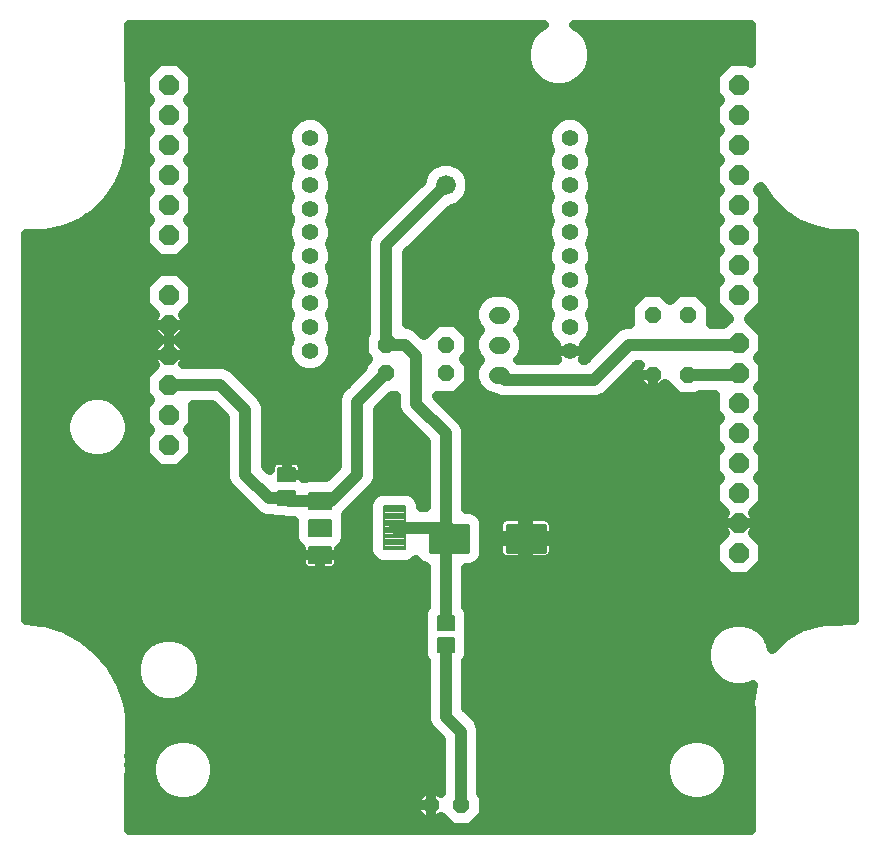
<source format=gbl>
G75*
%MOIN*%
%OFA0B0*%
%FSLAX25Y25*%
%IPPOS*%
%LPD*%
%AMOC8*
5,1,8,0,0,1.08239X$1,22.5*
%
%ADD10OC8,0.06600*%
%ADD11C,0.05550*%
%ADD12C,0.00591*%
%ADD13C,0.00787*%
%ADD14C,0.00984*%
%ADD15C,0.00512*%
%ADD16OC8,0.05600*%
%ADD17C,0.05600*%
%ADD18C,0.03200*%
%ADD19C,0.04000*%
%ADD20C,0.06600*%
%ADD21C,0.01600*%
D10*
X0146982Y0187483D03*
X0146982Y0197483D03*
X0146982Y0207483D03*
X0146982Y0217483D03*
X0146982Y0227483D03*
X0146982Y0237483D03*
X0146982Y0257483D03*
X0146982Y0267483D03*
X0146982Y0277483D03*
X0146982Y0287483D03*
X0146982Y0297483D03*
X0146982Y0307483D03*
X0336982Y0307483D03*
X0336982Y0297483D03*
X0336982Y0287483D03*
X0336982Y0277483D03*
X0336982Y0267483D03*
X0336982Y0257483D03*
X0336982Y0247483D03*
X0336982Y0237483D03*
X0336982Y0221483D03*
X0336982Y0211483D03*
X0336982Y0201483D03*
X0336982Y0191483D03*
X0336982Y0181483D03*
X0336982Y0171483D03*
X0336982Y0161483D03*
X0336982Y0151483D03*
D11*
X0280683Y0218900D03*
X0280683Y0226774D03*
X0280683Y0234648D03*
X0280683Y0242522D03*
X0280683Y0250396D03*
X0280683Y0258270D03*
X0280683Y0266144D03*
X0280683Y0274018D03*
X0280683Y0281892D03*
X0280683Y0289766D03*
X0194069Y0289766D03*
X0194069Y0281892D03*
X0194069Y0274018D03*
X0194069Y0266144D03*
X0194069Y0258270D03*
X0194069Y0250396D03*
X0194069Y0242522D03*
X0194069Y0234648D03*
X0194069Y0226774D03*
X0194069Y0218900D03*
D12*
X0201057Y0171558D02*
X0201057Y0166242D01*
X0193773Y0166242D01*
X0193773Y0171558D01*
X0201057Y0171558D01*
X0201057Y0166832D02*
X0193773Y0166832D01*
X0193773Y0167422D02*
X0201057Y0167422D01*
X0201057Y0168012D02*
X0193773Y0168012D01*
X0193773Y0168602D02*
X0201057Y0168602D01*
X0201057Y0169192D02*
X0193773Y0169192D01*
X0193773Y0169782D02*
X0201057Y0169782D01*
X0201057Y0170372D02*
X0193773Y0170372D01*
X0193773Y0170962D02*
X0201057Y0170962D01*
X0201057Y0171552D02*
X0193773Y0171552D01*
X0201057Y0162503D02*
X0201057Y0157187D01*
X0193773Y0157187D01*
X0193773Y0162503D01*
X0201057Y0162503D01*
X0201057Y0157777D02*
X0193773Y0157777D01*
X0193773Y0158367D02*
X0201057Y0158367D01*
X0201057Y0158957D02*
X0193773Y0158957D01*
X0193773Y0159547D02*
X0201057Y0159547D01*
X0201057Y0160137D02*
X0193773Y0160137D01*
X0193773Y0160727D02*
X0201057Y0160727D01*
X0201057Y0161317D02*
X0193773Y0161317D01*
X0193773Y0161907D02*
X0201057Y0161907D01*
X0201057Y0162497D02*
X0193773Y0162497D01*
X0201057Y0153448D02*
X0201057Y0148132D01*
X0193773Y0148132D01*
X0193773Y0153448D01*
X0201057Y0153448D01*
X0201057Y0148722D02*
X0193773Y0148722D01*
X0193773Y0149312D02*
X0201057Y0149312D01*
X0201057Y0149902D02*
X0193773Y0149902D01*
X0193773Y0150492D02*
X0201057Y0150492D01*
X0201057Y0151082D02*
X0193773Y0151082D01*
X0193773Y0151672D02*
X0201057Y0151672D01*
X0201057Y0152262D02*
X0193773Y0152262D01*
X0193773Y0152852D02*
X0201057Y0152852D01*
X0201057Y0153442D02*
X0193773Y0153442D01*
D13*
X0225762Y0152758D02*
X0225762Y0166932D01*
X0225762Y0152758D02*
X0218674Y0152758D01*
X0218674Y0166932D01*
X0225762Y0166932D01*
X0225762Y0153544D02*
X0218674Y0153544D01*
X0218674Y0154330D02*
X0225762Y0154330D01*
X0225762Y0155116D02*
X0218674Y0155116D01*
X0218674Y0155902D02*
X0225762Y0155902D01*
X0225762Y0156688D02*
X0218674Y0156688D01*
X0218674Y0157474D02*
X0225762Y0157474D01*
X0225762Y0158260D02*
X0218674Y0158260D01*
X0218674Y0159046D02*
X0225762Y0159046D01*
X0225762Y0159832D02*
X0218674Y0159832D01*
X0218674Y0160618D02*
X0225762Y0160618D01*
X0225762Y0161404D02*
X0218674Y0161404D01*
X0218674Y0162190D02*
X0225762Y0162190D01*
X0225762Y0162976D02*
X0218674Y0162976D01*
X0218674Y0163762D02*
X0225762Y0163762D01*
X0225762Y0164548D02*
X0218674Y0164548D01*
X0218674Y0165334D02*
X0225762Y0165334D01*
X0225762Y0166120D02*
X0218674Y0166120D01*
X0218674Y0166906D02*
X0225762Y0166906D01*
D14*
X0233931Y0160731D02*
X0246727Y0160731D01*
X0246727Y0151873D01*
X0233931Y0151873D01*
X0233931Y0160731D01*
X0233931Y0152856D02*
X0246727Y0152856D01*
X0246727Y0153839D02*
X0233931Y0153839D01*
X0233931Y0154822D02*
X0246727Y0154822D01*
X0246727Y0155805D02*
X0233931Y0155805D01*
X0233931Y0156788D02*
X0246727Y0156788D01*
X0246727Y0157771D02*
X0233931Y0157771D01*
X0233931Y0158754D02*
X0246727Y0158754D01*
X0246727Y0159737D02*
X0233931Y0159737D01*
X0233931Y0160720D02*
X0246727Y0160720D01*
X0259521Y0160731D02*
X0272317Y0160731D01*
X0272317Y0151873D01*
X0259521Y0151873D01*
X0259521Y0160731D01*
X0259521Y0152856D02*
X0272317Y0152856D01*
X0272317Y0153839D02*
X0259521Y0153839D01*
X0259521Y0154822D02*
X0272317Y0154822D01*
X0272317Y0155805D02*
X0259521Y0155805D01*
X0259521Y0156788D02*
X0272317Y0156788D01*
X0272317Y0157771D02*
X0259521Y0157771D01*
X0259521Y0158754D02*
X0272317Y0158754D01*
X0272317Y0159737D02*
X0259521Y0159737D01*
X0259521Y0160720D02*
X0272317Y0160720D01*
D15*
X0236647Y0130455D02*
X0236647Y0125849D01*
X0236647Y0130455D02*
X0242041Y0130455D01*
X0242041Y0125849D01*
X0236647Y0125849D01*
X0236647Y0126360D02*
X0242041Y0126360D01*
X0242041Y0126871D02*
X0236647Y0126871D01*
X0236647Y0127382D02*
X0242041Y0127382D01*
X0242041Y0127893D02*
X0236647Y0127893D01*
X0236647Y0128404D02*
X0242041Y0128404D01*
X0242041Y0128915D02*
X0236647Y0128915D01*
X0236647Y0129426D02*
X0242041Y0129426D01*
X0242041Y0129937D02*
X0236647Y0129937D01*
X0236647Y0130448D02*
X0242041Y0130448D01*
X0236647Y0122975D02*
X0236647Y0118369D01*
X0236647Y0122975D02*
X0242041Y0122975D01*
X0242041Y0118369D01*
X0236647Y0118369D01*
X0236647Y0118880D02*
X0242041Y0118880D01*
X0242041Y0119391D02*
X0236647Y0119391D01*
X0236647Y0119902D02*
X0242041Y0119902D01*
X0242041Y0120413D02*
X0236647Y0120413D01*
X0236647Y0120924D02*
X0242041Y0120924D01*
X0242041Y0121435D02*
X0236647Y0121435D01*
X0236647Y0121946D02*
X0242041Y0121946D01*
X0242041Y0122457D02*
X0236647Y0122457D01*
X0236647Y0122968D02*
X0242041Y0122968D01*
X0189088Y0167385D02*
X0189088Y0171991D01*
X0189088Y0167385D02*
X0183302Y0167385D01*
X0183302Y0171991D01*
X0189088Y0171991D01*
X0189088Y0167896D02*
X0183302Y0167896D01*
X0183302Y0168407D02*
X0189088Y0168407D01*
X0189088Y0168918D02*
X0183302Y0168918D01*
X0183302Y0169429D02*
X0189088Y0169429D01*
X0189088Y0169940D02*
X0183302Y0169940D01*
X0183302Y0170451D02*
X0189088Y0170451D01*
X0189088Y0170962D02*
X0183302Y0170962D01*
X0183302Y0171473D02*
X0189088Y0171473D01*
X0189088Y0171984D02*
X0183302Y0171984D01*
X0189088Y0175259D02*
X0189088Y0179865D01*
X0189088Y0175259D02*
X0183302Y0175259D01*
X0183302Y0179865D01*
X0189088Y0179865D01*
X0189088Y0175770D02*
X0183302Y0175770D01*
X0183302Y0176281D02*
X0189088Y0176281D01*
X0189088Y0176792D02*
X0183302Y0176792D01*
X0183302Y0177303D02*
X0189088Y0177303D01*
X0189088Y0177814D02*
X0183302Y0177814D01*
X0183302Y0178325D02*
X0189088Y0178325D01*
X0189088Y0178836D02*
X0183302Y0178836D01*
X0183302Y0179347D02*
X0189088Y0179347D01*
X0189088Y0179858D02*
X0183302Y0179858D01*
D16*
X0219439Y0211395D03*
X0219502Y0220869D03*
X0239502Y0220869D03*
X0239439Y0211395D03*
X0308242Y0210869D03*
X0320053Y0210869D03*
X0320053Y0230869D03*
X0308242Y0230869D03*
X0244344Y0067325D03*
X0234344Y0067325D03*
D17*
X0256361Y0210869D02*
X0257761Y0210869D01*
X0257761Y0220869D02*
X0256361Y0220869D01*
X0256361Y0230869D02*
X0257761Y0230869D01*
D18*
X0123338Y0118831D02*
X0118062Y0123085D01*
X0118062Y0123085D01*
X0112091Y0126293D01*
X0105631Y0128343D01*
X0105631Y0128343D01*
X0099275Y0129120D01*
X0099275Y0257713D01*
X0102736Y0257789D01*
X0105778Y0257789D01*
X0105778Y0257789D01*
X0111863Y0259010D01*
X0111863Y0259010D01*
X0117589Y0261405D01*
X0122731Y0264879D01*
X0127089Y0269297D01*
X0130493Y0274487D01*
X0132809Y0280245D01*
X0133947Y0286346D01*
X0133904Y0289414D01*
X0133850Y0327397D01*
X0272041Y0327447D01*
X0270167Y0326365D01*
X0268101Y0324298D01*
X0266639Y0321767D01*
X0265883Y0318944D01*
X0265883Y0316022D01*
X0266639Y0313199D01*
X0268101Y0310668D01*
X0270167Y0308601D01*
X0272698Y0307140D01*
X0275521Y0306384D01*
X0278443Y0306384D01*
X0281266Y0307140D01*
X0283797Y0308601D01*
X0285864Y0310668D01*
X0287325Y0313199D01*
X0288081Y0316022D01*
X0288081Y0318944D01*
X0287325Y0321767D01*
X0285864Y0324298D01*
X0283797Y0326365D01*
X0281917Y0327450D01*
X0341028Y0327471D01*
X0341028Y0314892D01*
X0340337Y0315583D01*
X0333627Y0315583D01*
X0328882Y0310838D01*
X0328882Y0304128D01*
X0330527Y0302483D01*
X0328882Y0300838D01*
X0328882Y0294128D01*
X0330527Y0292483D01*
X0328882Y0290838D01*
X0328882Y0284128D01*
X0330527Y0282483D01*
X0328882Y0280838D01*
X0328882Y0274128D01*
X0330527Y0272483D01*
X0328882Y0270838D01*
X0328882Y0264128D01*
X0330527Y0262483D01*
X0328882Y0260838D01*
X0328882Y0254128D01*
X0330527Y0252483D01*
X0328882Y0250838D01*
X0328882Y0244128D01*
X0330527Y0242483D01*
X0328882Y0240838D01*
X0328882Y0234128D01*
X0333527Y0229483D01*
X0331713Y0227669D01*
X0327601Y0227669D01*
X0327653Y0227721D01*
X0327653Y0234017D01*
X0323201Y0238469D01*
X0316905Y0238469D01*
X0314147Y0235711D01*
X0311390Y0238469D01*
X0305094Y0238469D01*
X0300642Y0234017D01*
X0300642Y0227721D01*
X0300694Y0227669D01*
X0299015Y0227669D01*
X0296516Y0226634D01*
X0285740Y0215858D01*
X0284869Y0215858D01*
X0285109Y0216188D01*
X0285479Y0216914D01*
X0285730Y0217688D01*
X0285858Y0218493D01*
X0285858Y0218900D01*
X0280683Y0218900D01*
X0280683Y0218900D01*
X0275508Y0218900D01*
X0275508Y0218493D01*
X0275636Y0217688D01*
X0275887Y0216914D01*
X0276257Y0216188D01*
X0276497Y0215858D01*
X0263520Y0215858D01*
X0263509Y0215869D01*
X0264204Y0216564D01*
X0265361Y0219357D01*
X0265361Y0222380D01*
X0264204Y0225174D01*
X0263509Y0225869D01*
X0264204Y0226564D01*
X0265361Y0229357D01*
X0265361Y0232380D01*
X0264204Y0235174D01*
X0262066Y0237312D01*
X0259273Y0238469D01*
X0254849Y0238469D01*
X0252056Y0237312D01*
X0249918Y0235174D01*
X0248761Y0232380D01*
X0248761Y0229357D01*
X0249918Y0226564D01*
X0250613Y0225869D01*
X0249918Y0225174D01*
X0248761Y0222380D01*
X0248761Y0219357D01*
X0249918Y0216564D01*
X0250613Y0215869D01*
X0249918Y0215174D01*
X0248761Y0212380D01*
X0248761Y0209357D01*
X0249918Y0206564D01*
X0252056Y0204426D01*
X0254849Y0203269D01*
X0255078Y0203269D01*
X0257519Y0202258D01*
X0289910Y0202258D01*
X0292409Y0203293D01*
X0294322Y0205206D01*
X0303185Y0214069D01*
X0304088Y0214069D01*
X0303042Y0213023D01*
X0303042Y0210869D01*
X0308242Y0210869D01*
X0308242Y0210869D01*
X0303042Y0210869D01*
X0303042Y0208715D01*
X0306088Y0205669D01*
X0308242Y0205669D01*
X0310396Y0205669D01*
X0312453Y0207726D01*
X0312453Y0207721D01*
X0316905Y0203269D01*
X0323201Y0203269D01*
X0324001Y0204069D01*
X0328882Y0204069D01*
X0328882Y0198128D01*
X0330527Y0196483D01*
X0328882Y0194838D01*
X0328882Y0188128D01*
X0330527Y0186483D01*
X0328882Y0184838D01*
X0328882Y0178128D01*
X0330527Y0176483D01*
X0328882Y0174838D01*
X0328882Y0168128D01*
X0332224Y0164786D01*
X0331282Y0163844D01*
X0331282Y0161483D01*
X0336982Y0161483D01*
X0336982Y0161483D01*
X0331282Y0161483D01*
X0331282Y0159122D01*
X0332224Y0158180D01*
X0328882Y0154838D01*
X0328882Y0148128D01*
X0333627Y0143383D01*
X0340337Y0143383D01*
X0345082Y0148128D01*
X0345082Y0154838D01*
X0341740Y0158180D01*
X0342682Y0159122D01*
X0342682Y0161483D01*
X0342682Y0163844D01*
X0341740Y0164786D01*
X0345082Y0168128D01*
X0345082Y0174838D01*
X0343437Y0176483D01*
X0345082Y0178128D01*
X0345082Y0184838D01*
X0343437Y0186483D01*
X0345082Y0188128D01*
X0345082Y0194838D01*
X0343437Y0196483D01*
X0345082Y0198128D01*
X0345082Y0204838D01*
X0343437Y0206483D01*
X0345082Y0208128D01*
X0345082Y0214838D01*
X0343437Y0216483D01*
X0345082Y0218128D01*
X0345082Y0224838D01*
X0340437Y0229483D01*
X0345082Y0234128D01*
X0345082Y0240838D01*
X0343437Y0242483D01*
X0345082Y0244128D01*
X0345082Y0250838D01*
X0343437Y0252483D01*
X0345082Y0254128D01*
X0345082Y0260838D01*
X0343437Y0262483D01*
X0345082Y0264128D01*
X0345082Y0270838D01*
X0343437Y0272483D01*
X0344355Y0273401D01*
X0344387Y0273324D01*
X0344387Y0273324D01*
X0347617Y0268489D01*
X0351729Y0264378D01*
X0356563Y0261148D01*
X0361935Y0258923D01*
X0367637Y0257788D01*
X0370492Y0257788D01*
X0375477Y0257695D01*
X0375477Y0128948D01*
X0368138Y0128844D01*
X0367955Y0128903D01*
X0367030Y0128828D01*
X0366103Y0128814D01*
X0365926Y0128738D01*
X0363683Y0128556D01*
X0357634Y0126650D01*
X0352161Y0123445D01*
X0352161Y0123445D01*
X0347938Y0119478D01*
X0347325Y0121767D01*
X0345864Y0124298D01*
X0343797Y0126365D01*
X0341266Y0127826D01*
X0338443Y0128582D01*
X0335521Y0128582D01*
X0332698Y0127826D01*
X0330167Y0126365D01*
X0328101Y0124298D01*
X0326639Y0121767D01*
X0325883Y0118944D01*
X0325883Y0116022D01*
X0326639Y0113199D01*
X0328101Y0110668D01*
X0330167Y0108601D01*
X0332698Y0107140D01*
X0335521Y0106384D01*
X0338443Y0106384D01*
X0341266Y0107140D01*
X0341634Y0107352D01*
X0340809Y0101644D01*
X0341047Y0098710D01*
X0341030Y0059146D01*
X0133748Y0059146D01*
X0133907Y0096515D01*
X0134013Y0096944D01*
X0133911Y0097618D01*
X0133914Y0098300D01*
X0133747Y0098709D01*
X0133342Y0101396D01*
X0131111Y0107797D01*
X0127738Y0113675D01*
X0123338Y0118831D01*
X0123338Y0118831D01*
X0123338Y0118831D01*
X0123139Y0118991D02*
X0137923Y0118991D01*
X0138101Y0119298D02*
X0136639Y0116767D01*
X0135883Y0113944D01*
X0135883Y0111022D01*
X0136639Y0108199D01*
X0138101Y0105668D01*
X0140167Y0103601D01*
X0142698Y0102140D01*
X0145521Y0101384D01*
X0148443Y0101384D01*
X0151266Y0102140D01*
X0153797Y0103601D01*
X0155864Y0105668D01*
X0157325Y0108199D01*
X0158081Y0111022D01*
X0158081Y0113944D01*
X0157325Y0116767D01*
X0155864Y0119298D01*
X0153797Y0121365D01*
X0151266Y0122826D01*
X0148443Y0123582D01*
X0145521Y0123582D01*
X0142698Y0122826D01*
X0140167Y0121365D01*
X0138101Y0119298D01*
X0136378Y0115792D02*
X0125931Y0115792D01*
X0127738Y0113675D02*
X0127738Y0113675D01*
X0128359Y0112594D02*
X0135883Y0112594D01*
X0136319Y0109395D02*
X0130194Y0109395D01*
X0131111Y0107797D02*
X0131111Y0107797D01*
X0131669Y0106197D02*
X0137795Y0106197D01*
X0141212Y0102998D02*
X0132783Y0102998D01*
X0133342Y0101396D02*
X0133342Y0101396D01*
X0133582Y0099800D02*
X0232544Y0099800D01*
X0232544Y0102998D02*
X0152752Y0102998D01*
X0156169Y0106197D02*
X0232544Y0106197D01*
X0232544Y0109395D02*
X0157645Y0109395D01*
X0158081Y0112594D02*
X0232544Y0112594D01*
X0232544Y0115322D02*
X0232544Y0095500D01*
X0233580Y0093001D01*
X0237544Y0089036D01*
X0237544Y0071479D01*
X0236498Y0072525D01*
X0234344Y0072525D01*
X0232190Y0072525D01*
X0229144Y0069479D01*
X0229144Y0067326D01*
X0234344Y0067326D01*
X0234344Y0072525D01*
X0234344Y0067326D01*
X0234344Y0067326D01*
X0234344Y0067325D01*
X0234344Y0067325D01*
X0234344Y0062125D01*
X0232190Y0062125D01*
X0229144Y0065172D01*
X0229144Y0067325D01*
X0234344Y0067325D01*
X0234344Y0062125D01*
X0236498Y0062125D01*
X0237647Y0063275D01*
X0241196Y0059725D01*
X0247492Y0059725D01*
X0251944Y0064177D01*
X0251944Y0070473D01*
X0251144Y0071273D01*
X0251144Y0093206D01*
X0250109Y0095705D01*
X0248196Y0097618D01*
X0246144Y0099670D01*
X0246144Y0115322D01*
X0246327Y0115505D01*
X0247097Y0117363D01*
X0247097Y0123981D01*
X0246918Y0124412D01*
X0247097Y0124843D01*
X0247097Y0131461D01*
X0246327Y0133319D01*
X0246144Y0133502D01*
X0246144Y0146581D01*
X0247779Y0146581D01*
X0249724Y0147386D01*
X0251213Y0148875D01*
X0252018Y0150820D01*
X0252018Y0161784D01*
X0251213Y0163729D01*
X0249724Y0165217D01*
X0247779Y0166023D01*
X0246144Y0166023D01*
X0246144Y0192694D01*
X0245109Y0195193D01*
X0236507Y0203795D01*
X0242587Y0203795D01*
X0247039Y0208247D01*
X0247039Y0214543D01*
X0245481Y0216100D01*
X0247102Y0217721D01*
X0247102Y0224017D01*
X0242650Y0228469D01*
X0236354Y0228469D01*
X0231968Y0224083D01*
X0231330Y0224721D01*
X0229417Y0226634D01*
X0226917Y0227669D01*
X0226302Y0227669D01*
X0226302Y0251359D01*
X0240861Y0265918D01*
X0240956Y0265918D01*
X0243933Y0267152D01*
X0246211Y0269430D01*
X0247444Y0272407D01*
X0247444Y0275630D01*
X0246211Y0278607D01*
X0243933Y0280885D01*
X0240956Y0282118D01*
X0237733Y0282118D01*
X0234756Y0280885D01*
X0232477Y0278607D01*
X0231244Y0275630D01*
X0231244Y0275535D01*
X0215650Y0259941D01*
X0213737Y0258028D01*
X0212702Y0255528D01*
X0212702Y0224817D01*
X0211902Y0224017D01*
X0211902Y0217721D01*
X0213459Y0216163D01*
X0211839Y0214543D01*
X0211839Y0213411D01*
X0205965Y0207537D01*
X0205965Y0207537D01*
X0204052Y0205625D01*
X0203017Y0203125D01*
X0203017Y0180378D01*
X0199291Y0176653D01*
X0192760Y0176653D01*
X0191902Y0176298D01*
X0191744Y0176363D01*
X0191744Y0177562D01*
X0191744Y0180126D01*
X0191642Y0180640D01*
X0191442Y0181123D01*
X0191151Y0181558D01*
X0190781Y0181928D01*
X0190346Y0182218D01*
X0189863Y0182419D01*
X0189350Y0182521D01*
X0186195Y0182521D01*
X0186195Y0177562D01*
X0186195Y0177562D01*
X0191744Y0177562D01*
X0186195Y0177562D01*
X0186195Y0177562D01*
X0186195Y0182521D01*
X0183039Y0182521D01*
X0182526Y0182419D01*
X0182043Y0182218D01*
X0181608Y0181928D01*
X0181238Y0181558D01*
X0180947Y0181123D01*
X0180747Y0180640D01*
X0180645Y0180126D01*
X0180645Y0178948D01*
X0179215Y0180378D01*
X0179215Y0200568D01*
X0178180Y0203067D01*
X0169912Y0211335D01*
X0167999Y0213248D01*
X0165500Y0214283D01*
X0151843Y0214283D01*
X0152682Y0215122D01*
X0152682Y0217483D01*
X0152682Y0219844D01*
X0150043Y0222483D01*
X0152682Y0225122D01*
X0152682Y0227483D01*
X0152682Y0229844D01*
X0151740Y0230786D01*
X0155082Y0234128D01*
X0155082Y0240838D01*
X0150337Y0245583D01*
X0143627Y0245583D01*
X0138882Y0240838D01*
X0138882Y0234128D01*
X0142224Y0230786D01*
X0141282Y0229844D01*
X0141282Y0227483D01*
X0146982Y0227483D01*
X0146982Y0227483D01*
X0141282Y0227483D01*
X0141282Y0225122D01*
X0143921Y0222483D01*
X0141282Y0219844D01*
X0141282Y0217483D01*
X0146982Y0217483D01*
X0146982Y0217483D01*
X0146982Y0223183D01*
X0146982Y0227483D01*
X0146982Y0227483D01*
X0152682Y0227483D01*
X0146982Y0227483D01*
X0146982Y0227483D01*
X0146982Y0217483D01*
X0146982Y0217483D01*
X0141282Y0217483D01*
X0141282Y0215122D01*
X0142224Y0214180D01*
X0138882Y0210838D01*
X0138882Y0204128D01*
X0140527Y0202483D01*
X0138882Y0200838D01*
X0138882Y0194128D01*
X0140527Y0192483D01*
X0138882Y0190838D01*
X0138882Y0184128D01*
X0143627Y0179383D01*
X0150337Y0179383D01*
X0155082Y0184128D01*
X0155082Y0190838D01*
X0153437Y0192483D01*
X0155082Y0194128D01*
X0155082Y0200683D01*
X0161331Y0200683D01*
X0165615Y0196399D01*
X0165615Y0176209D01*
X0166650Y0173710D01*
X0168563Y0171797D01*
X0176437Y0163923D01*
X0178937Y0162888D01*
X0180946Y0162888D01*
X0182295Y0162329D01*
X0185078Y0162329D01*
X0185630Y0162100D01*
X0188678Y0162100D01*
X0188678Y0156174D01*
X0189454Y0154301D01*
X0190887Y0152868D01*
X0191078Y0152789D01*
X0191078Y0150790D01*
X0191078Y0147867D01*
X0191182Y0147346D01*
X0191385Y0146856D01*
X0191680Y0146414D01*
X0192055Y0146039D01*
X0192497Y0145744D01*
X0192987Y0145541D01*
X0193508Y0145437D01*
X0197415Y0145437D01*
X0197415Y0150790D01*
X0191078Y0150790D01*
X0197415Y0150790D01*
X0197415Y0150790D01*
X0197415Y0150790D01*
X0197415Y0145437D01*
X0201322Y0145437D01*
X0201843Y0145541D01*
X0202334Y0145744D01*
X0202775Y0146039D01*
X0203150Y0146414D01*
X0203445Y0146856D01*
X0203649Y0147346D01*
X0203752Y0147867D01*
X0203752Y0150790D01*
X0197415Y0150790D01*
X0203752Y0150790D01*
X0203752Y0152789D01*
X0203943Y0152868D01*
X0205376Y0154301D01*
X0206152Y0156174D01*
X0206152Y0163516D01*
X0205928Y0164057D01*
X0213669Y0171797D01*
X0215582Y0173710D01*
X0216617Y0176209D01*
X0216617Y0198956D01*
X0221455Y0203795D01*
X0222587Y0203795D01*
X0222702Y0203910D01*
X0222702Y0199831D01*
X0223737Y0197332D01*
X0225650Y0195419D01*
X0232544Y0188525D01*
X0232544Y0166645D01*
X0230955Y0166645D01*
X0230955Y0167965D01*
X0230165Y0169874D01*
X0228704Y0171335D01*
X0226795Y0172125D01*
X0217642Y0172125D01*
X0215733Y0171335D01*
X0214272Y0169874D01*
X0213481Y0167965D01*
X0213481Y0151725D01*
X0214272Y0149817D01*
X0215733Y0148356D01*
X0217642Y0147565D01*
X0226795Y0147565D01*
X0228704Y0148356D01*
X0229380Y0149032D01*
X0229445Y0148875D01*
X0230933Y0147386D01*
X0232544Y0146719D01*
X0232544Y0133502D01*
X0232361Y0133319D01*
X0231592Y0131461D01*
X0231592Y0124843D01*
X0231770Y0124412D01*
X0231592Y0123981D01*
X0231592Y0117363D01*
X0232361Y0115505D01*
X0232544Y0115322D01*
X0232242Y0115792D02*
X0157586Y0115792D01*
X0156041Y0118991D02*
X0231592Y0118991D01*
X0231592Y0122189D02*
X0152369Y0122189D01*
X0141595Y0122189D02*
X0119173Y0122189D01*
X0113776Y0125388D02*
X0231592Y0125388D01*
X0231592Y0128586D02*
X0103643Y0128586D01*
X0099275Y0131785D02*
X0231726Y0131785D01*
X0232544Y0134983D02*
X0099275Y0134983D01*
X0099275Y0138182D02*
X0232544Y0138182D01*
X0232544Y0141380D02*
X0099275Y0141380D01*
X0099275Y0144579D02*
X0232544Y0144579D01*
X0230542Y0147777D02*
X0227308Y0147777D01*
X0217129Y0147777D02*
X0203734Y0147777D01*
X0203752Y0150976D02*
X0213792Y0150976D01*
X0213481Y0154174D02*
X0205249Y0154174D01*
X0206152Y0157373D02*
X0213481Y0157373D01*
X0213481Y0160571D02*
X0206152Y0160571D01*
X0206047Y0163770D02*
X0213481Y0163770D01*
X0213481Y0166968D02*
X0208840Y0166968D01*
X0212039Y0170167D02*
X0214565Y0170167D01*
X0215237Y0173365D02*
X0232544Y0173365D01*
X0232544Y0170167D02*
X0229872Y0170167D01*
X0230955Y0166968D02*
X0232544Y0166968D01*
X0232544Y0176564D02*
X0216617Y0176564D01*
X0216617Y0179762D02*
X0232544Y0179762D01*
X0232544Y0182961D02*
X0216617Y0182961D01*
X0216617Y0186159D02*
X0232544Y0186159D01*
X0231711Y0189358D02*
X0216617Y0189358D01*
X0216617Y0192556D02*
X0228512Y0192556D01*
X0225314Y0195755D02*
X0216617Y0195755D01*
X0216617Y0198953D02*
X0223065Y0198953D01*
X0222702Y0202152D02*
X0219813Y0202152D01*
X0210175Y0211748D02*
X0196594Y0211748D01*
X0195575Y0211325D02*
X0198360Y0212479D01*
X0200490Y0214609D01*
X0201644Y0217394D01*
X0201644Y0220407D01*
X0200637Y0222837D01*
X0201644Y0225268D01*
X0201644Y0228281D01*
X0200637Y0230711D01*
X0201644Y0233142D01*
X0201644Y0236155D01*
X0200637Y0238585D01*
X0201644Y0241016D01*
X0201644Y0244029D01*
X0200637Y0246459D01*
X0201644Y0248890D01*
X0201644Y0251903D01*
X0200637Y0254333D01*
X0201644Y0256764D01*
X0201644Y0259777D01*
X0200637Y0262207D01*
X0201644Y0264638D01*
X0201644Y0267651D01*
X0200637Y0270081D01*
X0201644Y0272512D01*
X0201644Y0275525D01*
X0200637Y0277955D01*
X0201644Y0280386D01*
X0201644Y0283399D01*
X0200637Y0285829D01*
X0201644Y0288260D01*
X0201644Y0291273D01*
X0200490Y0294057D01*
X0198360Y0296188D01*
X0195575Y0297341D01*
X0192562Y0297341D01*
X0189778Y0296188D01*
X0187647Y0294057D01*
X0186494Y0291273D01*
X0186494Y0288260D01*
X0187501Y0285829D01*
X0186494Y0283399D01*
X0186494Y0280386D01*
X0187501Y0277955D01*
X0186494Y0275525D01*
X0186494Y0272512D01*
X0187501Y0270081D01*
X0186494Y0267651D01*
X0186494Y0264638D01*
X0187501Y0262207D01*
X0186494Y0259777D01*
X0186494Y0256764D01*
X0187501Y0254333D01*
X0186494Y0251903D01*
X0186494Y0248890D01*
X0187501Y0246459D01*
X0186494Y0244029D01*
X0186494Y0241016D01*
X0187501Y0238585D01*
X0186494Y0236155D01*
X0186494Y0233142D01*
X0187501Y0230711D01*
X0186494Y0228281D01*
X0186494Y0225268D01*
X0187501Y0222837D01*
X0186494Y0220407D01*
X0186494Y0217394D01*
X0187647Y0214609D01*
X0189778Y0212479D01*
X0192562Y0211325D01*
X0195575Y0211325D01*
X0191543Y0211748D02*
X0169500Y0211748D01*
X0172698Y0208549D02*
X0206976Y0208549D01*
X0203938Y0205350D02*
X0175897Y0205350D01*
X0178559Y0202152D02*
X0203017Y0202152D01*
X0203017Y0198953D02*
X0179215Y0198953D01*
X0179215Y0195755D02*
X0203017Y0195755D01*
X0203017Y0192556D02*
X0179215Y0192556D01*
X0179215Y0189358D02*
X0203017Y0189358D01*
X0203017Y0186159D02*
X0179215Y0186159D01*
X0179215Y0182961D02*
X0203017Y0182961D01*
X0202401Y0179762D02*
X0191744Y0179762D01*
X0191744Y0176564D02*
X0192545Y0176564D01*
X0186195Y0179762D02*
X0186195Y0179762D01*
X0180645Y0179762D02*
X0179831Y0179762D01*
X0170193Y0170167D02*
X0099275Y0170167D01*
X0099275Y0173365D02*
X0166995Y0173365D01*
X0165615Y0176564D02*
X0099275Y0176564D01*
X0099275Y0179762D02*
X0143248Y0179762D01*
X0140049Y0182961D02*
X0125943Y0182961D01*
X0124612Y0182604D02*
X0127335Y0183334D01*
X0129776Y0184743D01*
X0131769Y0186736D01*
X0133179Y0189178D01*
X0133908Y0191900D01*
X0133908Y0194719D01*
X0133179Y0197442D01*
X0131769Y0199883D01*
X0129776Y0201876D01*
X0127335Y0203286D01*
X0124612Y0204015D01*
X0121793Y0204015D01*
X0119070Y0203286D01*
X0116629Y0201876D01*
X0114636Y0199883D01*
X0113227Y0197442D01*
X0112497Y0194719D01*
X0112497Y0191900D01*
X0113227Y0189178D01*
X0114636Y0186736D01*
X0116629Y0184743D01*
X0119070Y0183334D01*
X0121793Y0182604D01*
X0124612Y0182604D01*
X0120462Y0182961D02*
X0099275Y0182961D01*
X0099275Y0186159D02*
X0115213Y0186159D01*
X0113178Y0189358D02*
X0099275Y0189358D01*
X0099275Y0192556D02*
X0112497Y0192556D01*
X0112775Y0195755D02*
X0099275Y0195755D01*
X0099275Y0198953D02*
X0114099Y0198953D01*
X0117107Y0202152D02*
X0099275Y0202152D01*
X0099275Y0205350D02*
X0138882Y0205350D01*
X0138882Y0208549D02*
X0099275Y0208549D01*
X0099275Y0211748D02*
X0139792Y0211748D01*
X0141458Y0214946D02*
X0099275Y0214946D01*
X0099275Y0218145D02*
X0141282Y0218145D01*
X0142781Y0221343D02*
X0099275Y0221343D01*
X0099275Y0224542D02*
X0141862Y0224542D01*
X0141282Y0227740D02*
X0099275Y0227740D01*
X0099275Y0230939D02*
X0142071Y0230939D01*
X0138882Y0234137D02*
X0099275Y0234137D01*
X0099275Y0237336D02*
X0138882Y0237336D01*
X0138882Y0240534D02*
X0099275Y0240534D01*
X0099275Y0243733D02*
X0141777Y0243733D01*
X0143627Y0249383D02*
X0150337Y0249383D01*
X0155082Y0254128D01*
X0155082Y0260838D01*
X0153437Y0262483D01*
X0155082Y0264128D01*
X0155082Y0270838D01*
X0153437Y0272483D01*
X0155082Y0274128D01*
X0155082Y0280838D01*
X0153437Y0282483D01*
X0155082Y0284128D01*
X0155082Y0290838D01*
X0153437Y0292483D01*
X0155082Y0294128D01*
X0155082Y0300838D01*
X0153437Y0302483D01*
X0155082Y0304128D01*
X0155082Y0310838D01*
X0150337Y0315583D01*
X0143627Y0315583D01*
X0138882Y0310838D01*
X0138882Y0304128D01*
X0140527Y0302483D01*
X0138882Y0300838D01*
X0138882Y0294128D01*
X0140527Y0292483D01*
X0138882Y0290838D01*
X0138882Y0284128D01*
X0140527Y0282483D01*
X0138882Y0280838D01*
X0138882Y0274128D01*
X0140527Y0272483D01*
X0138882Y0270838D01*
X0138882Y0264128D01*
X0140527Y0262483D01*
X0138882Y0260838D01*
X0138882Y0254128D01*
X0143627Y0249383D01*
X0142880Y0250130D02*
X0099275Y0250130D01*
X0099275Y0253328D02*
X0139682Y0253328D01*
X0138882Y0256527D02*
X0099275Y0256527D01*
X0099275Y0246931D02*
X0187305Y0246931D01*
X0186494Y0243733D02*
X0152188Y0243733D01*
X0155082Y0240534D02*
X0186693Y0240534D01*
X0186983Y0237336D02*
X0155082Y0237336D01*
X0155082Y0234137D02*
X0186494Y0234137D01*
X0187406Y0230939D02*
X0151893Y0230939D01*
X0152682Y0227740D02*
X0186494Y0227740D01*
X0186795Y0224542D02*
X0152102Y0224542D01*
X0151183Y0221343D02*
X0186882Y0221343D01*
X0186494Y0218145D02*
X0152682Y0218145D01*
X0152682Y0217483D02*
X0146982Y0217483D01*
X0146982Y0217483D01*
X0152682Y0217483D01*
X0152506Y0214946D02*
X0187508Y0214946D01*
X0200630Y0214946D02*
X0212242Y0214946D01*
X0211902Y0218145D02*
X0201644Y0218145D01*
X0201256Y0221343D02*
X0211902Y0221343D01*
X0212427Y0224542D02*
X0201343Y0224542D01*
X0201644Y0227740D02*
X0212702Y0227740D01*
X0212702Y0230939D02*
X0200731Y0230939D01*
X0201644Y0234137D02*
X0212702Y0234137D01*
X0212702Y0237336D02*
X0201155Y0237336D01*
X0201444Y0240534D02*
X0212702Y0240534D01*
X0212702Y0243733D02*
X0201644Y0243733D01*
X0200832Y0246931D02*
X0212702Y0246931D01*
X0212702Y0250130D02*
X0201644Y0250130D01*
X0201053Y0253328D02*
X0212702Y0253328D01*
X0213115Y0256527D02*
X0201545Y0256527D01*
X0201644Y0259725D02*
X0215435Y0259725D01*
X0215650Y0259941D02*
X0215650Y0259941D01*
X0218633Y0262924D02*
X0200934Y0262924D01*
X0201644Y0266122D02*
X0221832Y0266122D01*
X0225030Y0269321D02*
X0200952Y0269321D01*
X0201644Y0272519D02*
X0228229Y0272519D01*
X0231281Y0275718D02*
X0201564Y0275718D01*
X0201035Y0278916D02*
X0232787Y0278916D01*
X0237724Y0282115D02*
X0201644Y0282115D01*
X0200851Y0285313D02*
X0273901Y0285313D01*
X0274115Y0285829D02*
X0273108Y0283399D01*
X0273108Y0280386D01*
X0274115Y0277955D01*
X0273108Y0275525D01*
X0273108Y0272512D01*
X0274115Y0270081D01*
X0273108Y0267651D01*
X0273108Y0264638D01*
X0274115Y0262207D01*
X0273108Y0259777D01*
X0273108Y0256764D01*
X0274115Y0254333D01*
X0273108Y0251903D01*
X0273108Y0248890D01*
X0274115Y0246459D01*
X0273108Y0244029D01*
X0273108Y0241016D01*
X0274115Y0238585D01*
X0273108Y0236155D01*
X0273108Y0233142D01*
X0274115Y0230711D01*
X0273108Y0228281D01*
X0273108Y0225268D01*
X0274261Y0222483D01*
X0275880Y0220865D01*
X0275636Y0220112D01*
X0275508Y0219308D01*
X0275508Y0218900D01*
X0280683Y0218900D01*
X0280683Y0218900D01*
X0285858Y0218900D01*
X0285858Y0219308D01*
X0285730Y0220112D01*
X0285486Y0220865D01*
X0287105Y0222483D01*
X0288258Y0225268D01*
X0288258Y0228281D01*
X0287251Y0230711D01*
X0288258Y0233142D01*
X0288258Y0236155D01*
X0287251Y0238585D01*
X0288258Y0241016D01*
X0288258Y0244029D01*
X0287251Y0246459D01*
X0288258Y0248890D01*
X0288258Y0251903D01*
X0287251Y0254333D01*
X0288258Y0256764D01*
X0288258Y0259777D01*
X0287251Y0262207D01*
X0288258Y0264638D01*
X0288258Y0267651D01*
X0287251Y0270081D01*
X0288258Y0272512D01*
X0288258Y0275525D01*
X0287251Y0277955D01*
X0288258Y0280386D01*
X0288258Y0283399D01*
X0287251Y0285829D01*
X0288258Y0288260D01*
X0288258Y0291273D01*
X0287105Y0294057D01*
X0284974Y0296188D01*
X0282190Y0297341D01*
X0279176Y0297341D01*
X0276392Y0296188D01*
X0274261Y0294057D01*
X0273108Y0291273D01*
X0273108Y0288260D01*
X0274115Y0285829D01*
X0273108Y0288512D02*
X0201644Y0288512D01*
X0201462Y0291710D02*
X0273289Y0291710D01*
X0275113Y0294909D02*
X0199639Y0294909D01*
X0188499Y0294909D02*
X0155082Y0294909D01*
X0155082Y0298107D02*
X0328882Y0298107D01*
X0328882Y0294909D02*
X0286253Y0294909D01*
X0288077Y0291710D02*
X0329754Y0291710D01*
X0328882Y0288512D02*
X0288258Y0288512D01*
X0287465Y0285313D02*
X0328882Y0285313D01*
X0330159Y0282115D02*
X0288258Y0282115D01*
X0287649Y0278916D02*
X0328882Y0278916D01*
X0328882Y0275718D02*
X0288178Y0275718D01*
X0288258Y0272519D02*
X0330491Y0272519D01*
X0328882Y0269321D02*
X0287566Y0269321D01*
X0288258Y0266122D02*
X0328882Y0266122D01*
X0330086Y0262924D02*
X0287548Y0262924D01*
X0288258Y0259725D02*
X0328882Y0259725D01*
X0328882Y0256527D02*
X0288160Y0256527D01*
X0287667Y0253328D02*
X0329682Y0253328D01*
X0328882Y0250130D02*
X0288258Y0250130D01*
X0287446Y0246931D02*
X0328882Y0246931D01*
X0329277Y0243733D02*
X0288258Y0243733D01*
X0288058Y0240534D02*
X0328882Y0240534D01*
X0328882Y0237336D02*
X0324334Y0237336D01*
X0327533Y0234137D02*
X0328882Y0234137D01*
X0327653Y0230939D02*
X0332071Y0230939D01*
X0331784Y0227740D02*
X0327653Y0227740D01*
X0341893Y0230939D02*
X0375477Y0230939D01*
X0375477Y0234137D02*
X0345082Y0234137D01*
X0345082Y0237336D02*
X0375477Y0237336D01*
X0375477Y0240534D02*
X0345082Y0240534D01*
X0344687Y0243733D02*
X0375477Y0243733D01*
X0375477Y0246931D02*
X0345082Y0246931D01*
X0345082Y0250130D02*
X0375477Y0250130D01*
X0375477Y0253328D02*
X0344282Y0253328D01*
X0345082Y0256527D02*
X0375477Y0256527D01*
X0361935Y0258923D02*
X0361935Y0258923D01*
X0359997Y0259725D02*
X0345082Y0259725D01*
X0343878Y0262924D02*
X0353905Y0262924D01*
X0351729Y0264378D02*
X0351729Y0264378D01*
X0349984Y0266122D02*
X0345082Y0266122D01*
X0345082Y0269321D02*
X0347062Y0269321D01*
X0347617Y0268489D02*
X0347617Y0268489D01*
X0344925Y0272519D02*
X0343474Y0272519D01*
X0356563Y0261148D02*
X0356563Y0261148D01*
X0342180Y0227740D02*
X0375477Y0227740D01*
X0375477Y0224542D02*
X0345082Y0224542D01*
X0345082Y0221343D02*
X0375477Y0221343D01*
X0375477Y0218145D02*
X0345082Y0218145D01*
X0344974Y0214946D02*
X0375477Y0214946D01*
X0375477Y0211748D02*
X0345082Y0211748D01*
X0345082Y0208549D02*
X0375477Y0208549D01*
X0375477Y0205350D02*
X0344570Y0205350D01*
X0345082Y0202152D02*
X0375477Y0202152D01*
X0375477Y0198953D02*
X0345082Y0198953D01*
X0344165Y0195755D02*
X0375477Y0195755D01*
X0375477Y0192556D02*
X0345082Y0192556D01*
X0345082Y0189358D02*
X0375477Y0189358D01*
X0375477Y0186159D02*
X0343761Y0186159D01*
X0345082Y0182961D02*
X0375477Y0182961D01*
X0375477Y0179762D02*
X0345082Y0179762D01*
X0343518Y0176564D02*
X0375477Y0176564D01*
X0375477Y0173365D02*
X0345082Y0173365D01*
X0345082Y0170167D02*
X0375477Y0170167D01*
X0375477Y0166968D02*
X0343923Y0166968D01*
X0342682Y0163770D02*
X0375477Y0163770D01*
X0375477Y0160571D02*
X0342682Y0160571D01*
X0342682Y0161483D02*
X0336982Y0161483D01*
X0342682Y0161483D01*
X0342547Y0157373D02*
X0375477Y0157373D01*
X0375477Y0154174D02*
X0345082Y0154174D01*
X0345082Y0150976D02*
X0375477Y0150976D01*
X0375477Y0147777D02*
X0344732Y0147777D01*
X0341533Y0144579D02*
X0375477Y0144579D01*
X0375477Y0141380D02*
X0246144Y0141380D01*
X0246144Y0138182D02*
X0375477Y0138182D01*
X0375477Y0134983D02*
X0246144Y0134983D01*
X0246963Y0131785D02*
X0375477Y0131785D01*
X0364053Y0128586D02*
X0247097Y0128586D01*
X0247097Y0125388D02*
X0329190Y0125388D01*
X0326883Y0122189D02*
X0247097Y0122189D01*
X0247097Y0118991D02*
X0325895Y0118991D01*
X0325944Y0115792D02*
X0246446Y0115792D01*
X0246144Y0112594D02*
X0326989Y0112594D01*
X0329373Y0109395D02*
X0246144Y0109395D01*
X0246144Y0106197D02*
X0341467Y0106197D01*
X0341005Y0102998D02*
X0246144Y0102998D01*
X0246144Y0099800D02*
X0340959Y0099800D01*
X0340809Y0101644D02*
X0340809Y0101644D01*
X0341046Y0096601D02*
X0249213Y0096601D01*
X0251063Y0093403D02*
X0341045Y0093403D01*
X0341044Y0090204D02*
X0251144Y0090204D01*
X0251144Y0087006D02*
X0315735Y0087006D01*
X0316432Y0087703D02*
X0314439Y0085710D01*
X0313030Y0083269D01*
X0312300Y0080546D01*
X0312300Y0077727D01*
X0313030Y0075004D01*
X0314439Y0072563D01*
X0316432Y0070570D01*
X0318874Y0069161D01*
X0321596Y0068431D01*
X0324415Y0068431D01*
X0327138Y0069161D01*
X0329579Y0070570D01*
X0331572Y0072563D01*
X0332982Y0075004D01*
X0333711Y0077727D01*
X0333711Y0080546D01*
X0332982Y0083269D01*
X0331572Y0085710D01*
X0329579Y0087703D01*
X0327138Y0089112D01*
X0324415Y0089842D01*
X0321596Y0089842D01*
X0318874Y0089112D01*
X0316432Y0087703D01*
X0313341Y0083807D02*
X0251144Y0083807D01*
X0251144Y0080609D02*
X0312317Y0080609D01*
X0312385Y0077410D02*
X0251144Y0077410D01*
X0251144Y0074212D02*
X0313488Y0074212D01*
X0315989Y0071013D02*
X0251405Y0071013D01*
X0251944Y0067815D02*
X0341034Y0067815D01*
X0341035Y0071013D02*
X0330022Y0071013D01*
X0332524Y0074212D02*
X0341037Y0074212D01*
X0341038Y0077410D02*
X0333626Y0077410D01*
X0333694Y0080609D02*
X0341040Y0080609D01*
X0341041Y0083807D02*
X0332671Y0083807D01*
X0330277Y0087006D02*
X0341042Y0087006D01*
X0341033Y0064616D02*
X0251944Y0064616D01*
X0249184Y0061417D02*
X0341031Y0061417D01*
X0347081Y0122189D02*
X0350824Y0122189D01*
X0355479Y0125388D02*
X0344774Y0125388D01*
X0357634Y0126650D02*
X0357634Y0126650D01*
X0363683Y0128556D02*
X0363683Y0128556D01*
X0336982Y0161483D02*
X0336982Y0161483D01*
X0331282Y0160571D02*
X0275209Y0160571D01*
X0275209Y0161016D02*
X0275098Y0161575D01*
X0274880Y0162101D01*
X0274563Y0162575D01*
X0274160Y0162977D01*
X0273687Y0163294D01*
X0273160Y0163512D01*
X0272602Y0163623D01*
X0266780Y0163623D01*
X0266780Y0157163D01*
X0265058Y0157163D01*
X0265058Y0163623D01*
X0259237Y0163623D01*
X0258678Y0163512D01*
X0258152Y0163294D01*
X0257678Y0162977D01*
X0257275Y0162575D01*
X0256959Y0162101D01*
X0256741Y0161575D01*
X0256629Y0161016D01*
X0256629Y0157162D01*
X0265058Y0157162D01*
X0265058Y0155441D01*
X0256629Y0155441D01*
X0256629Y0151588D01*
X0256741Y0151029D01*
X0256959Y0150503D01*
X0257275Y0150029D01*
X0257678Y0149626D01*
X0258152Y0149310D01*
X0258678Y0149092D01*
X0259237Y0148981D01*
X0265058Y0148981D01*
X0265058Y0155441D01*
X0266780Y0155441D01*
X0266780Y0157162D01*
X0275209Y0157162D01*
X0275209Y0161016D01*
X0275209Y0157373D02*
X0331417Y0157373D01*
X0328882Y0154174D02*
X0275209Y0154174D01*
X0275209Y0155441D02*
X0266780Y0155441D01*
X0266780Y0148981D01*
X0272602Y0148981D01*
X0273160Y0149092D01*
X0273687Y0149310D01*
X0274160Y0149626D01*
X0274563Y0150029D01*
X0274880Y0150503D01*
X0275098Y0151029D01*
X0275209Y0151588D01*
X0275209Y0155441D01*
X0275076Y0150976D02*
X0328882Y0150976D01*
X0329233Y0147777D02*
X0250115Y0147777D01*
X0252018Y0150976D02*
X0256763Y0150976D01*
X0256629Y0154174D02*
X0252018Y0154174D01*
X0252018Y0157373D02*
X0256629Y0157373D01*
X0256629Y0160571D02*
X0252018Y0160571D01*
X0251172Y0163770D02*
X0331282Y0163770D01*
X0330042Y0166968D02*
X0246144Y0166968D01*
X0246144Y0170167D02*
X0328882Y0170167D01*
X0328882Y0173365D02*
X0246144Y0173365D01*
X0246144Y0176564D02*
X0330446Y0176564D01*
X0328882Y0179762D02*
X0246144Y0179762D01*
X0246144Y0182961D02*
X0328882Y0182961D01*
X0330204Y0186159D02*
X0246144Y0186159D01*
X0246144Y0189358D02*
X0328882Y0189358D01*
X0328882Y0192556D02*
X0246144Y0192556D01*
X0244547Y0195755D02*
X0329799Y0195755D01*
X0328882Y0198953D02*
X0241349Y0198953D01*
X0238150Y0202152D02*
X0328882Y0202152D01*
X0314823Y0205350D02*
X0294466Y0205350D01*
X0297665Y0208549D02*
X0303208Y0208549D01*
X0303042Y0211748D02*
X0300863Y0211748D01*
X0308242Y0210869D02*
X0308242Y0205669D01*
X0308242Y0210869D01*
X0308242Y0210869D01*
X0308242Y0208549D02*
X0308242Y0208549D01*
X0300642Y0227740D02*
X0288258Y0227740D01*
X0287957Y0224542D02*
X0294424Y0224542D01*
X0291226Y0221343D02*
X0285964Y0221343D01*
X0285803Y0218145D02*
X0288027Y0218145D01*
X0275563Y0218145D02*
X0264859Y0218145D01*
X0265361Y0221343D02*
X0275402Y0221343D01*
X0273409Y0224542D02*
X0264466Y0224542D01*
X0264691Y0227740D02*
X0273108Y0227740D01*
X0274021Y0230939D02*
X0265361Y0230939D01*
X0264633Y0234137D02*
X0273108Y0234137D01*
X0273597Y0237336D02*
X0262008Y0237336D01*
X0252113Y0237336D02*
X0226302Y0237336D01*
X0226302Y0240534D02*
X0273308Y0240534D01*
X0273108Y0243733D02*
X0226302Y0243733D01*
X0226302Y0246931D02*
X0273919Y0246931D01*
X0273108Y0250130D02*
X0226302Y0250130D01*
X0228271Y0253328D02*
X0273698Y0253328D01*
X0273206Y0256527D02*
X0231469Y0256527D01*
X0234668Y0259725D02*
X0273108Y0259725D01*
X0273818Y0262924D02*
X0237866Y0262924D01*
X0241448Y0266122D02*
X0273108Y0266122D01*
X0273800Y0269321D02*
X0246102Y0269321D01*
X0247444Y0272519D02*
X0273108Y0272519D01*
X0273188Y0275718D02*
X0247408Y0275718D01*
X0245902Y0278916D02*
X0273717Y0278916D01*
X0273108Y0282115D02*
X0240964Y0282115D01*
X0267966Y0310901D02*
X0155019Y0310901D01*
X0155082Y0307703D02*
X0271723Y0307703D01*
X0266398Y0314100D02*
X0151820Y0314100D01*
X0155082Y0304504D02*
X0328882Y0304504D01*
X0328882Y0307703D02*
X0282241Y0307703D01*
X0285999Y0310901D02*
X0328945Y0310901D01*
X0332144Y0314100D02*
X0287566Y0314100D01*
X0288081Y0317298D02*
X0341028Y0317298D01*
X0341028Y0320497D02*
X0287665Y0320497D01*
X0286212Y0323695D02*
X0341028Y0323695D01*
X0341028Y0326894D02*
X0282880Y0326894D01*
X0271084Y0326894D02*
X0133851Y0326894D01*
X0133855Y0323695D02*
X0267753Y0323695D01*
X0266299Y0320497D02*
X0133860Y0320497D01*
X0133864Y0317298D02*
X0265883Y0317298D01*
X0329350Y0301306D02*
X0154614Y0301306D01*
X0154210Y0291710D02*
X0186675Y0291710D01*
X0186494Y0288512D02*
X0155082Y0288512D01*
X0155082Y0285313D02*
X0187287Y0285313D01*
X0186494Y0282115D02*
X0153805Y0282115D01*
X0155082Y0278916D02*
X0187103Y0278916D01*
X0186574Y0275718D02*
X0155082Y0275718D01*
X0153474Y0272519D02*
X0186494Y0272519D01*
X0187186Y0269321D02*
X0155082Y0269321D01*
X0155082Y0266122D02*
X0186494Y0266122D01*
X0187204Y0262924D02*
X0153878Y0262924D01*
X0155082Y0259725D02*
X0186494Y0259725D01*
X0186592Y0256527D02*
X0155082Y0256527D01*
X0154282Y0253328D02*
X0187084Y0253328D01*
X0186494Y0250130D02*
X0151084Y0250130D01*
X0138882Y0259725D02*
X0113573Y0259725D01*
X0117589Y0261405D02*
X0117589Y0261405D01*
X0119837Y0262924D02*
X0140086Y0262924D01*
X0138882Y0266122D02*
X0123957Y0266122D01*
X0122731Y0264879D02*
X0122731Y0264879D01*
X0127089Y0269297D02*
X0127089Y0269297D01*
X0127105Y0269321D02*
X0138882Y0269321D01*
X0140491Y0272519D02*
X0129202Y0272519D01*
X0130988Y0275718D02*
X0138882Y0275718D01*
X0138882Y0278916D02*
X0132274Y0278916D01*
X0133158Y0282115D02*
X0140159Y0282115D01*
X0138882Y0285313D02*
X0133754Y0285313D01*
X0133917Y0288512D02*
X0138882Y0288512D01*
X0139754Y0291710D02*
X0133901Y0291710D01*
X0133897Y0294909D02*
X0138882Y0294909D01*
X0138882Y0298107D02*
X0133892Y0298107D01*
X0133887Y0301306D02*
X0139350Y0301306D01*
X0138882Y0304504D02*
X0133883Y0304504D01*
X0133878Y0307703D02*
X0138882Y0307703D01*
X0138945Y0310901D02*
X0133874Y0310901D01*
X0133869Y0314100D02*
X0142144Y0314100D01*
X0226302Y0234137D02*
X0249488Y0234137D01*
X0248761Y0230939D02*
X0226302Y0230939D01*
X0226302Y0227740D02*
X0235625Y0227740D01*
X0232427Y0224542D02*
X0231509Y0224542D01*
X0243379Y0227740D02*
X0249431Y0227740D01*
X0249656Y0224542D02*
X0246577Y0224542D01*
X0247102Y0221343D02*
X0248761Y0221343D01*
X0249263Y0218145D02*
X0247102Y0218145D01*
X0246636Y0214946D02*
X0249824Y0214946D01*
X0248761Y0211748D02*
X0247039Y0211748D01*
X0247039Y0208549D02*
X0249096Y0208549D01*
X0251131Y0205350D02*
X0244143Y0205350D01*
X0287345Y0230939D02*
X0300642Y0230939D01*
X0300762Y0234137D02*
X0288258Y0234137D01*
X0287769Y0237336D02*
X0303961Y0237336D01*
X0312523Y0237336D02*
X0315772Y0237336D01*
X0266780Y0160571D02*
X0265058Y0160571D01*
X0265058Y0157373D02*
X0266780Y0157373D01*
X0266780Y0154174D02*
X0265058Y0154174D01*
X0265058Y0150976D02*
X0266780Y0150976D01*
X0246144Y0144579D02*
X0332431Y0144579D01*
X0239504Y0061417D02*
X0133757Y0061417D01*
X0133771Y0064616D02*
X0229700Y0064616D01*
X0229144Y0067815D02*
X0133785Y0067815D01*
X0133798Y0071013D02*
X0144729Y0071013D01*
X0145173Y0070570D02*
X0147614Y0069161D01*
X0150337Y0068431D01*
X0153155Y0068431D01*
X0155878Y0069161D01*
X0158319Y0070570D01*
X0160312Y0072563D01*
X0161722Y0075004D01*
X0162451Y0077727D01*
X0162451Y0080546D01*
X0161722Y0083269D01*
X0160312Y0085710D01*
X0158319Y0087703D01*
X0155878Y0089112D01*
X0153155Y0089842D01*
X0150337Y0089842D01*
X0147614Y0089112D01*
X0145173Y0087703D01*
X0143179Y0085710D01*
X0141770Y0083269D01*
X0141040Y0080546D01*
X0141040Y0077727D01*
X0141770Y0075004D01*
X0143179Y0072563D01*
X0145173Y0070570D01*
X0142228Y0074212D02*
X0133812Y0074212D01*
X0133825Y0077410D02*
X0141125Y0077410D01*
X0141057Y0080609D02*
X0133839Y0080609D01*
X0133852Y0083807D02*
X0142081Y0083807D01*
X0144475Y0087006D02*
X0133866Y0087006D01*
X0133880Y0090204D02*
X0236377Y0090204D01*
X0237544Y0087006D02*
X0159017Y0087006D01*
X0161411Y0083807D02*
X0237544Y0083807D01*
X0237544Y0080609D02*
X0162435Y0080609D01*
X0162366Y0077410D02*
X0237544Y0077410D01*
X0237544Y0074212D02*
X0161264Y0074212D01*
X0158762Y0071013D02*
X0230678Y0071013D01*
X0234344Y0071013D02*
X0234344Y0071013D01*
X0234344Y0067815D02*
X0234344Y0067815D01*
X0234344Y0064616D02*
X0234344Y0064616D01*
X0233413Y0093403D02*
X0133893Y0093403D01*
X0133928Y0096601D02*
X0232544Y0096601D01*
X0197415Y0147777D02*
X0197415Y0147777D01*
X0197415Y0150790D02*
X0197415Y0150790D01*
X0191078Y0150976D02*
X0099275Y0150976D01*
X0099275Y0154174D02*
X0189581Y0154174D01*
X0188678Y0157373D02*
X0099275Y0157373D01*
X0099275Y0160571D02*
X0188678Y0160571D01*
X0176807Y0163770D02*
X0099275Y0163770D01*
X0099275Y0166968D02*
X0173392Y0166968D01*
X0165615Y0179762D02*
X0150717Y0179762D01*
X0153915Y0182961D02*
X0165615Y0182961D01*
X0165615Y0186159D02*
X0155082Y0186159D01*
X0155082Y0189358D02*
X0165615Y0189358D01*
X0165615Y0192556D02*
X0153511Y0192556D01*
X0155082Y0195755D02*
X0165615Y0195755D01*
X0163060Y0198953D02*
X0155082Y0198953D01*
X0140196Y0202152D02*
X0129298Y0202152D01*
X0132306Y0198953D02*
X0138882Y0198953D01*
X0138882Y0195755D02*
X0133631Y0195755D01*
X0133908Y0192556D02*
X0140453Y0192556D01*
X0138882Y0189358D02*
X0133227Y0189358D01*
X0131192Y0186159D02*
X0138882Y0186159D01*
X0146982Y0218145D02*
X0146982Y0218145D01*
X0146982Y0221343D02*
X0146982Y0221343D01*
X0146982Y0224542D02*
X0146982Y0224542D01*
X0191096Y0147777D02*
X0099275Y0147777D01*
X0112091Y0126293D02*
X0112091Y0126293D01*
D19*
X0172415Y0177562D02*
X0172415Y0199215D01*
X0164147Y0207483D01*
X0146982Y0207483D01*
X0172415Y0177562D02*
X0180289Y0169688D01*
X0186195Y0169688D01*
X0186982Y0168900D01*
X0197415Y0168900D01*
X0201155Y0168900D01*
X0209817Y0177562D01*
X0209817Y0201773D01*
X0219439Y0211395D01*
X0219502Y0220869D02*
X0221628Y0220869D01*
X0219502Y0222995D01*
X0219502Y0254176D01*
X0239344Y0274018D01*
X0225565Y0220869D02*
X0221628Y0220869D01*
X0225565Y0220869D02*
X0229502Y0216932D01*
X0229502Y0201184D01*
X0239344Y0191341D01*
X0239344Y0160829D01*
X0240329Y0159845D01*
X0240033Y0159550D01*
X0239344Y0158861D01*
X0239344Y0128152D01*
X0239344Y0120672D02*
X0239344Y0096853D01*
X0244344Y0091853D01*
X0244344Y0067325D01*
X0240329Y0159845D02*
X0222218Y0159845D01*
X0258872Y0209058D02*
X0257061Y0210869D01*
X0258872Y0209058D02*
X0288557Y0209058D01*
X0300368Y0220869D01*
X0336368Y0220869D01*
X0336982Y0221483D01*
X0336982Y0211483D02*
X0336368Y0210869D01*
X0320053Y0210869D01*
D20*
X0239344Y0274018D03*
D21*
X0240033Y0159550D02*
X0240033Y0156302D01*
X0240329Y0156302D01*
M02*

</source>
